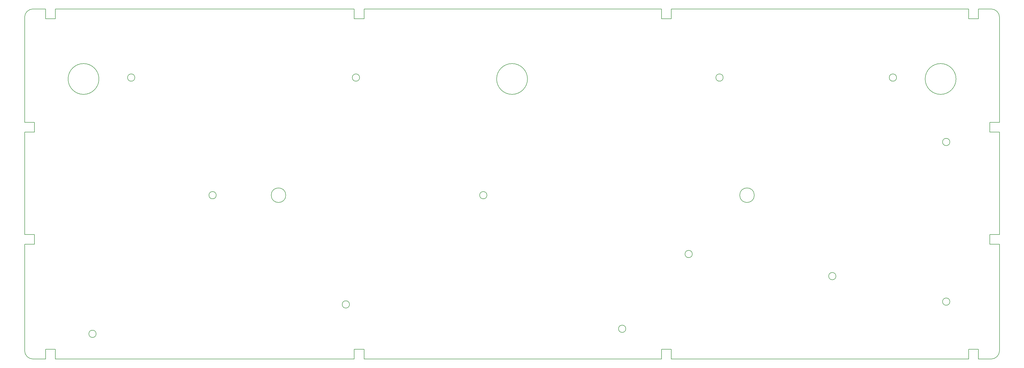
<source format=gbr>
G04 #@! TF.GenerationSoftware,KiCad,Pcbnew,5.1.5-52549c5~84~ubuntu16.04.1*
G04 #@! TF.CreationDate,2020-02-26T23:37:19+06:00*
G04 #@! TF.ProjectId,wasd-kbd80,77617364-2d6b-4626-9438-302e6b696361,rev?*
G04 #@! TF.SameCoordinates,Original*
G04 #@! TF.FileFunction,Profile,NP*
%FSLAX46Y46*%
G04 Gerber Fmt 4.6, Leading zero omitted, Abs format (unit mm)*
G04 Created by KiCad (PCBNEW 5.1.5-52549c5~84~ubuntu16.04.1) date 2020-02-26 23:37:19*
%MOMM*%
%LPD*%
G04 APERTURE LIST*
%ADD10C,0.150000*%
G04 APERTURE END LIST*
D10*
X264300000Y-214200000D02*
G75*
G03X264300000Y-214200000I-1300000J0D01*
G01*
X75500000Y-216000000D02*
G75*
G03X75500000Y-216000000I-1300000J0D01*
G01*
X165800000Y-205500000D02*
G75*
G03X165800000Y-205500000I-1300000J0D01*
G01*
X379800000Y-204500000D02*
G75*
G03X379800000Y-204500000I-1300000J0D01*
G01*
X339200000Y-195400000D02*
G75*
G03X339200000Y-195400000I-1300000J0D01*
G01*
X288000000Y-187500000D02*
G75*
G03X288000000Y-187500000I-1300000J0D01*
G01*
X214800000Y-166500000D02*
G75*
G03X214800000Y-166500000I-1300000J0D01*
G01*
X118300000Y-166500000D02*
G75*
G03X118300000Y-166500000I-1300000J0D01*
G01*
X379800000Y-147500000D02*
G75*
G03X379800000Y-147500000I-1300000J0D01*
G01*
X299000000Y-124500000D02*
G75*
G03X299000000Y-124500000I-1300000J0D01*
G01*
X360800000Y-124500000D02*
G75*
G03X360800000Y-124500000I-1300000J0D01*
G01*
X169400000Y-124500000D02*
G75*
G03X169400000Y-124500000I-1300000J0D01*
G01*
X89300000Y-124500000D02*
G75*
G03X89300000Y-124500000I-1300000J0D01*
G01*
X310100000Y-166500000D02*
G75*
G03X310100000Y-166500000I-2600000J0D01*
G01*
X143100000Y-166500000D02*
G75*
G03X143100000Y-166500000I-2600000J0D01*
G01*
X229250000Y-125000000D02*
G75*
G03X229250000Y-125000000I-5500000J0D01*
G01*
X382000000Y-125000000D02*
G75*
G03X382000000Y-125000000I-5500000J0D01*
G01*
X76500000Y-125000000D02*
G75*
G03X76500000Y-125000000I-5500000J0D01*
G01*
X397500000Y-222000000D02*
G75*
G02X394500000Y-225000000I-3000000J0D01*
G01*
X53000000Y-225000000D02*
G75*
G02X50000000Y-222000000I0J3000000D01*
G01*
X50000000Y-103000000D02*
G75*
G02X53000000Y-100000000I3000000J0D01*
G01*
X394500000Y-100000000D02*
G75*
G02X397500000Y-103000000I0J-3000000D01*
G01*
X394500000Y-225000000D02*
X390000000Y-225000000D01*
X386500000Y-221500000D02*
X390000000Y-221500000D01*
X390000000Y-221500000D02*
X390000000Y-225000000D01*
X386500000Y-225000000D02*
X386500000Y-221500000D01*
X386500000Y-225000000D02*
X280500000Y-225000000D01*
X277000000Y-225000000D02*
X277000000Y-221500000D01*
X280500000Y-221500000D02*
X280500000Y-225000000D01*
X277000000Y-221500000D02*
X280500000Y-221500000D01*
X171000000Y-225000000D02*
X277000000Y-225000000D01*
X171000000Y-221500000D02*
X171000000Y-225000000D01*
X167500000Y-225000000D02*
X167500000Y-221500000D01*
X167500000Y-221500000D02*
X171000000Y-221500000D01*
X61000000Y-225000000D02*
X167500000Y-225000000D01*
X57500000Y-221500000D02*
X61000000Y-221500000D01*
X61000000Y-221500000D02*
X61000000Y-225000000D01*
X57500000Y-225000000D02*
X57500000Y-221500000D01*
X57500000Y-225000000D02*
X53000000Y-225000000D01*
X397500000Y-222000000D02*
X397500000Y-184000000D01*
X394000000Y-180500000D02*
X397500000Y-180500000D01*
X394000000Y-184000000D02*
X394000000Y-180500000D01*
X397500000Y-184000000D02*
X394000000Y-184000000D01*
X397500000Y-144000000D02*
X397500000Y-180500000D01*
X394000000Y-140500000D02*
X397500000Y-140500000D01*
X397500000Y-144000000D02*
X394000000Y-144000000D01*
X394000000Y-144000000D02*
X394000000Y-140500000D01*
X397500000Y-103000000D02*
X397500000Y-140500000D01*
X50000000Y-144000000D02*
X50000000Y-180500000D01*
X53500000Y-184000000D02*
X50000000Y-184000000D01*
X50000000Y-180500000D02*
X53500000Y-180500000D01*
X53500000Y-180500000D02*
X53500000Y-184000000D01*
X53500000Y-144000000D02*
X50000000Y-144000000D01*
X50000000Y-140500000D02*
X53500000Y-140500000D01*
X53500000Y-140500000D02*
X53500000Y-144000000D01*
X50000000Y-222000000D02*
X50000000Y-184000000D01*
X50000000Y-103000000D02*
X50000000Y-140500000D01*
X171000000Y-100000000D02*
X277000000Y-100000000D01*
X171000000Y-103500000D02*
X167500000Y-103500000D01*
X167500000Y-103500000D02*
X167500000Y-100000000D01*
X171000000Y-100000000D02*
X171000000Y-103500000D01*
X61000000Y-100000000D02*
X167500000Y-100000000D01*
X61000000Y-103500000D02*
X57500000Y-103500000D01*
X57500000Y-103500000D02*
X57500000Y-100000000D01*
X61000000Y-100000000D02*
X61000000Y-103500000D01*
X57500000Y-100000000D02*
X53000000Y-100000000D01*
X280500000Y-103500000D02*
X277000000Y-103500000D01*
X277000000Y-103500000D02*
X277000000Y-100000000D01*
X280500000Y-100000000D02*
X280500000Y-103500000D01*
X386500000Y-100000000D02*
X280500000Y-100000000D01*
X386500000Y-103500000D02*
X386500000Y-100000000D01*
X390000000Y-103500000D02*
X386500000Y-103500000D01*
X390000000Y-100000000D02*
X390000000Y-103500000D01*
X394500000Y-100000000D02*
X390000000Y-100000000D01*
M02*

</source>
